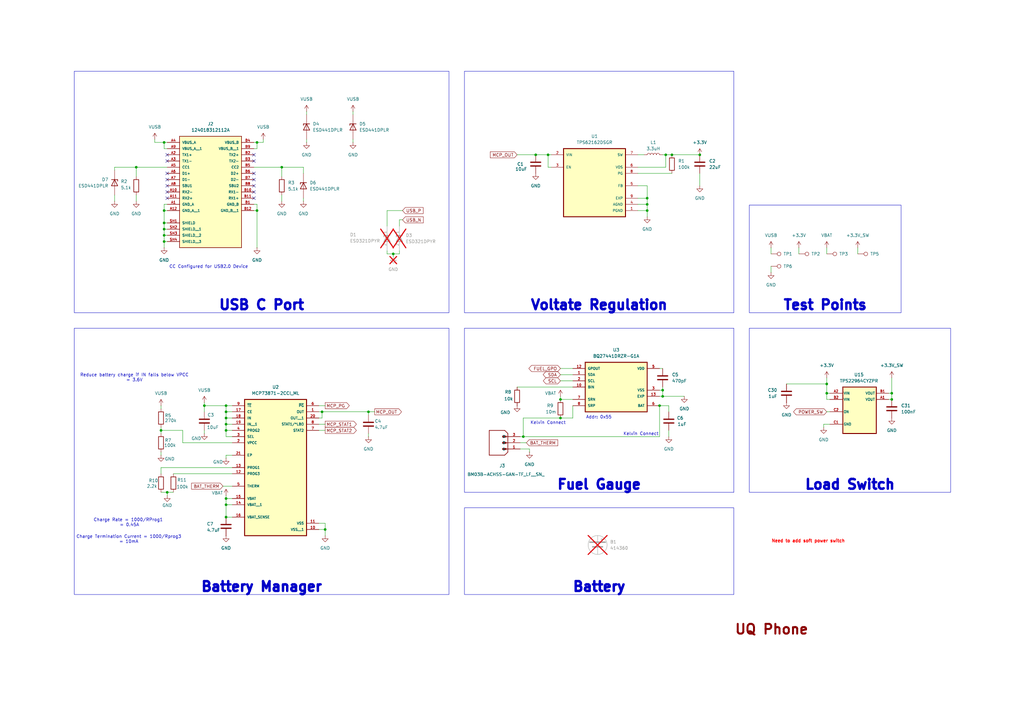
<source format=kicad_sch>
(kicad_sch (version 20250114) (generator "eeschema") (generator_version "9.0")
  (paper "A3")
  (title_block (title "Power System") (date "2025-09-05") (rev "0.2.0") (company "The University of Queensland") (comment 1 "James Wood"))
  (text "CC Configured for USB2.0 Device" (at 85.598 109.474 0) (effects (font (size 1.27 1.27))))
  (text "Charge Rate = 1000/RProg1 \n= 0.45A\n" (at 53.086 214.376 0) (effects (font (size 1.27 1.27))))
  (text "UQ Phone" (at 316.484 258.318 0) (effects (font (size 4 4) (thickness 0.8) (bold yes))))
  (text "Need to add soft power switch " (at 331.978 221.996 0) (effects (font (size 1.27 1.27) (thickness 0.254) (bold yes))))
  (text "Addr: 0x55\n" (at 245.618 171.196 0) (effects (font (size 1.27 1.27))))
  (text "Kelvin Connect\n" (at 262.89 178.054 0) (effects (font (size 1.27 1.27))))
  (text "Kelvin Connect\n" (at 224.79 173.482 0) (effects (font (size 1.27 1.27))))
  (text "Reduce battery charge if IN falls below VPCC\n= 3.6V" (at 55.118 154.94 0) (effects (font (size 1.27 1.27))))
  (text "Charge Termination Current = 1000/Rprog3\n= 10mA" (at 52.832 221.234 0) (effects (font (size 1.27 1.27))))
  (text_box "Battery\n" (at 190.5 208.28 0) (size 110.49 35.56) (margins 0.9525 0.9525 0.9525 0.9525) (effects (font (size 4 4) (thickness 1) (bold yes)) (justify bottom)))
  (text_box "Battery Manager\n" (at 30.48 134.62 0) (size 153.67 109.22) (margins 0.9525 0.9525 0.9525 0.9525) (effects (font (size 4 4) (thickness 1) (bold yes)) (justify bottom)))
  (text_box "Load Switch" (at 307.34 134.62 0) (size 82.55 67.31) (margins 0.9525 0.9525 0.9525 0.9525) (effects (font (size 4 4) (thickness 1) (bold yes)) (justify bottom)))
  (text_box "USB C Port" (at 30.48 29.21 0) (size 153.67 99.06) (margins 0.9525 0.9525 0.9525 0.9525) (effects (font (size 4 4) (thickness 1) (bold yes)) (justify bottom)))
  (text_box "Fuel Gauge\n" (at 190.5 134.62 0) (size 110.49 67.31) (margins 0.9525 0.9525 0.9525 0.9525) (effects (font (size 4 4) (thickness 1) (bold yes)) (justify bottom)))
  (text_box "Test Points\n" (at 307.34 84.1065 0) (size 62.2299 44.1635) (margins 0.9525 0.9525 0.9525 0.9525) (effects (font (size 4 4) (thickness 1) (bold yes)) (justify bottom)))
  (text_box "Voltate Regulation\n" (at 190.5 29.21 0) (size 110.49 99.0599) (margins 0.9525 0.9525 0.9525 0.9525) (effects (font (size 4 4) (thickness 1) (bold yes)) (justify bottom)))
  (junction (at 68.58 201.93))
  (junction (at 365.76 163.83))
  (junction (at 92.71 176.53))
  (junction (at 265.43 81.28))
  (junction (at 132.08 168.91))
  (junction (at 92.71 166.37))
  (junction (at 92.71 207.01))
  (junction (at 67.31 91.44))
  (junction (at 270.51 166.37))
  (junction (at 271.78 160.02))
  (junction (at 92.71 171.45))
  (junction (at 287.02 63.5))
  (junction (at 66.04 176.53))
  (junction (at 214.63 179.07))
  (junction (at 265.43 86.36))
  (junction (at 365.76 161.29))
  (junction (at 219.71 63.5))
  (junction (at 92.71 168.91))
  (junction (at 265.43 83.82))
  (junction (at 67.31 58.42))
  (junction (at 92.71 212.09))
  (junction (at 92.71 204.47))
  (junction (at 229.87 163.83))
  (junction (at 67.31 93.98))
  (junction (at 105.41 58.42))
  (junction (at 161.29 104.14))
  (junction (at 271.78 162.56))
  (junction (at 92.71 173.99))
  (junction (at 151.13 168.91))
  (junction (at 67.31 99.06))
  (junction (at 105.41 86.36))
  (junction (at 339.09 157.48))
  (junction (at 133.35 217.17))
  (junction (at 67.31 86.36))
  (junction (at 339.09 161.29))
  (junction (at 273.05 63.5))
  (junction (at 83.82 166.37))
  (junction (at 67.31 96.52))
  (junction (at 229.87 171.45))
  (junction (at 115.57 68.58))
  (junction (at 224.79 63.5))
  (junction (at 55.88 68.58))
  (junction (at 275.59 63.5))
  (no_connect (at 104.14 81.28))
  (no_connect (at 68.58 81.28))
  (no_connect (at 104.14 76.2))
  (no_connect (at 68.58 76.2))
  (no_connect (at 68.58 78.74))
  (no_connect (at 104.14 66.04))
  (no_connect (at 68.58 73.66))
  (no_connect (at 104.14 73.66))
  (no_connect (at 68.58 63.5))
  (no_connect (at 68.58 66.04))
  (no_connect (at 104.14 63.5))
  (no_connect (at 68.58 71.12))
  (no_connect (at 104.14 71.12))
  (no_connect (at 104.14 78.74))
  (wire (pts (xy 95.25 181.61) (xy 74.93 181.61)))
  (wire (pts (xy 351.79 101.6) (xy 351.79 104.14)))
  (wire (pts (xy 67.31 86.36) (xy 67.31 91.44)))
  (wire (pts (xy 261.62 83.82) (xy 265.43 83.82)))
  (wire (pts (xy 229.87 153.67) (xy 234.95 153.67)))
  (wire (pts (xy 337.82 173.99) (xy 337.82 175.26)))
  (wire (pts (xy 270.51 162.56) (xy 271.78 162.56)))
  (wire (pts (xy 55.88 80.01) (xy 55.88 82.55)))
  (wire (pts (xy 271.78 162.56) (xy 271.78 160.02)))
  (wire (pts (xy 91.44 199.39) (xy 95.25 199.39)))
  (wire (pts (xy 67.31 99.06) (xy 68.58 99.06)))
  (wire (pts (xy 163.83 90.17) (xy 165.1 90.17)))
  (wire (pts (xy 92.71 166.37) (xy 95.25 166.37)))
  (wire (pts (xy 161.29 104.14) (xy 161.29 105.41)))
  (wire (pts (xy 67.31 99.06) (xy 67.31 101.6)))
  (wire (pts (xy 92.71 173.99) (xy 92.71 171.45)))
  (wire (pts (xy 92.71 203.2) (xy 92.71 204.47)))
  (wire (pts (xy 163.83 90.17) (xy 163.83 92.71)))
  (wire (pts (xy 67.31 96.52) (xy 67.31 99.06)))
  (wire (pts (xy 339.09 157.48) (xy 339.09 161.29)))
  (wire (pts (xy 124.46 68.58) (xy 115.57 68.58)))
  (wire (pts (xy 151.13 179.07) (xy 151.13 177.8)))
  (wire (pts (xy 95.25 179.07) (xy 92.71 179.07)))
  (wire (pts (xy 105.41 83.82) (xy 105.41 86.36)))
  (wire (pts (xy 83.82 165.1) (xy 83.82 166.37)))
  (wire (pts (xy 274.32 166.37) (xy 274.32 168.91)))
  (wire (pts (xy 83.82 168.91) (xy 83.82 166.37)))
  (wire (pts (xy 215.9 181.61) (xy 213.36 181.61)))
  (wire (pts (xy 92.71 166.37) (xy 92.71 168.91)))
  (wire (pts (xy 107.95 58.42) (xy 107.95 57.15)))
  (wire (pts (xy 83.82 166.37) (xy 92.71 166.37)))
  (wire (pts (xy 224.79 63.5) (xy 226.06 63.5)))
  (wire (pts (xy 163.83 104.14) (xy 161.29 104.14)))
  (wire (pts (xy 68.58 93.98) (xy 67.31 93.98)))
  (wire (pts (xy 144.78 45.72) (xy 144.78 46.99)))
  (wire (pts (xy 229.87 163.83) (xy 229.87 162.56)))
  (wire (pts (xy 125.73 45.72) (xy 125.73 46.99)))
  (wire (pts (xy 261.62 86.36) (xy 265.43 86.36)))
  (wire (pts (xy 316.23 101.6) (xy 316.23 104.14)))
  (wire (pts (xy 151.13 168.91) (xy 153.67 168.91)))
  (wire (pts (xy 132.08 168.91) (xy 130.81 168.91)))
  (wire (pts (xy 67.31 93.98) (xy 67.31 96.52)))
  (wire (pts (xy 55.88 68.58) (xy 55.88 72.39)))
  (wire (pts (xy 66.04 191.77) (xy 95.25 191.77)))
  (wire (pts (xy 261.62 81.28) (xy 265.43 81.28)))
  (wire (pts (xy 92.71 186.69) (xy 92.71 187.96)))
  (wire (pts (xy 339.09 154.94) (xy 339.09 157.48)))
  (wire (pts (xy 92.71 212.09) (xy 95.25 212.09)))
  (wire (pts (xy 339.09 101.6) (xy 339.09 104.14)))
  (wire (pts (xy 104.14 83.82) (xy 105.41 83.82)))
  (wire (pts (xy 158.75 86.36) (xy 158.75 92.71)))
  (wire (pts (xy 261.62 76.2) (xy 265.43 76.2)))
  (wire (pts (xy 105.41 60.96) (xy 105.41 58.42)))
  (wire (pts (xy 105.41 58.42) (xy 104.14 58.42)))
  (wire (pts (xy 71.12 194.31) (xy 95.25 194.31)))
  (wire (pts (xy 63.5 58.42) (xy 67.31 58.42)))
  (wire (pts (xy 74.93 181.61) (xy 74.93 176.53)))
  (wire (pts (xy 67.31 83.82) (xy 67.31 86.36)))
  (wire (pts (xy 66.04 191.77) (xy 66.04 194.31)))
  (wire (pts (xy 92.71 176.53) (xy 95.25 176.53)))
  (wire (pts (xy 92.71 207.01) (xy 95.25 207.01)))
  (wire (pts (xy 68.58 91.44) (xy 67.31 91.44)))
  (wire (pts (xy 68.58 201.93) (xy 71.12 201.93)))
  (wire (pts (xy 214.63 179.07) (xy 270.51 179.07)))
  (wire (pts (xy 339.09 168.91) (xy 340.36 168.91)))
  (wire (pts (xy 92.71 176.53) (xy 92.71 173.99)))
  (wire (pts (xy 115.57 68.58) (xy 104.14 68.58)))
  (wire (pts (xy 217.17 185.42) (xy 217.17 184.15)))
  (wire (pts (xy 217.17 184.15) (xy 213.36 184.15)))
  (wire (pts (xy 339.09 161.29) (xy 339.09 163.83)))
  (wire (pts (xy 66.04 166.37) (xy 66.04 167.64)))
  (wire (pts (xy 68.58 96.52) (xy 67.31 96.52)))
  (wire (pts (xy 92.71 179.07) (xy 92.71 176.53)))
  (wire (pts (xy 66.04 201.93) (xy 68.58 201.93)))
  (wire (pts (xy 130.81 176.53) (xy 133.35 176.53)))
  (wire (pts (xy 125.73 57.15) (xy 125.73 58.42)))
  (wire (pts (xy 67.31 91.44) (xy 67.31 93.98)))
  (wire (pts (xy 212.09 63.5) (xy 219.71 63.5)))
  (wire (pts (xy 274.32 166.37) (xy 270.51 166.37)))
  (wire (pts (xy 271.78 63.5) (xy 273.05 63.5)))
  (wire (pts (xy 265.43 76.2) (xy 265.43 81.28)))
  (wire (pts (xy 144.78 58.42) (xy 144.78 57.15)))
  (wire (pts (xy 261.62 63.5) (xy 264.16 63.5)))
  (wire (pts (xy 151.13 170.18) (xy 151.13 168.91)))
  (wire (pts (xy 219.71 63.5) (xy 224.79 63.5)))
  (wire (pts (xy 133.35 214.63) (xy 133.35 217.17)))
  (wire (pts (xy 229.87 151.13) (xy 234.95 151.13)))
  (wire (pts (xy 68.58 201.93) (xy 68.58 203.2)))
  (wire (pts (xy 229.87 171.45) (xy 234.95 171.45)))
  (wire (pts (xy 234.95 166.37) (xy 234.95 171.45)))
  (wire (pts (xy 46.99 68.58) (xy 55.88 68.58)))
  (wire (pts (xy 214.63 171.45) (xy 214.63 179.07)))
  (wire (pts (xy 226.06 68.58) (xy 224.79 68.58)))
  (wire (pts (xy 95.25 168.91) (xy 92.71 168.91)))
  (wire (pts (xy 130.81 173.99) (xy 133.35 173.99)))
  (wire (pts (xy 130.81 214.63) (xy 133.35 214.63)))
  (wire (pts (xy 115.57 68.58) (xy 115.57 72.39)))
  (wire (pts (xy 133.35 219.71) (xy 133.35 217.17)))
  (wire (pts (xy 107.95 58.42) (xy 105.41 58.42)))
  (wire (pts (xy 92.71 212.09) (xy 92.71 207.01)))
  (wire (pts (xy 287.02 71.12) (xy 287.02 76.2)))
  (wire (pts (xy 270.51 179.07) (xy 270.51 166.37)))
  (wire (pts (xy 92.71 204.47) (xy 92.71 207.01)))
  (wire (pts (xy 270.51 160.02) (xy 271.78 160.02)))
  (wire (pts (xy 213.36 179.07) (xy 214.63 179.07)))
  (wire (pts (xy 229.87 156.21) (xy 234.95 156.21)))
  (wire (pts (xy 265.43 81.28) (xy 265.43 83.82)))
  (wire (pts (xy 67.31 60.96) (xy 67.31 58.42)))
  (wire (pts (xy 66.04 185.42) (xy 66.04 186.69)))
  (wire (pts (xy 364.49 161.29) (xy 365.76 161.29)))
  (wire (pts (xy 261.62 68.58) (xy 273.05 68.58)))
  (wire (pts (xy 214.63 171.45) (xy 229.87 171.45)))
  (wire (pts (xy 66.04 176.53) (xy 66.04 177.8)))
  (wire (pts (xy 158.75 102.87) (xy 158.75 104.14)))
  (wire (pts (xy 158.75 104.14) (xy 161.29 104.14)))
  (wire (pts (xy 104.14 60.96) (xy 105.41 60.96)))
  (wire (pts (xy 66.04 175.26) (xy 66.04 176.53)))
  (wire (pts (xy 273.05 68.58) (xy 273.05 63.5)))
  (wire (pts (xy 340.36 173.99) (xy 337.82 173.99)))
  (wire (pts (xy 74.93 176.53) (xy 66.04 176.53)))
  (wire (pts (xy 234.95 163.83) (xy 229.87 163.83)))
  (wire (pts (xy 92.71 173.99) (xy 95.25 173.99)))
  (wire (pts (xy 271.78 160.02) (xy 271.78 158.75)))
  (wire (pts (xy 68.58 60.96) (xy 67.31 60.96)))
  (wire (pts (xy 163.83 102.87) (xy 163.83 104.14)))
  (wire (pts (xy 265.43 83.82) (xy 265.43 86.36)))
  (wire (pts (xy 280.67 162.56) (xy 271.78 162.56)))
  (wire (pts (xy 46.99 82.55) (xy 46.99 80.01)))
  (wire (pts (xy 92.71 168.91) (xy 92.71 171.45)))
  (wire (pts (xy 132.08 171.45) (xy 132.08 168.91)))
  (wire (pts (xy 339.09 161.29) (xy 340.36 161.29)))
  (wire (pts (xy 212.09 158.75) (xy 234.95 158.75)))
  (wire (pts (xy 275.59 63.5) (xy 287.02 63.5)))
  (wire (pts (xy 316.23 109.22) (xy 316.23 111.76)))
  (wire (pts (xy 63.5 57.15) (xy 63.5 58.42)))
  (wire (pts (xy 133.35 217.17) (xy 130.81 217.17)))
  (wire (pts (xy 67.31 58.42) (xy 68.58 58.42)))
  (wire (pts (xy 55.88 68.58) (xy 68.58 68.58)))
  (wire (pts (xy 105.41 86.36) (xy 104.14 86.36)))
  (wire (pts (xy 327.66 101.6) (xy 327.66 104.14)))
  (wire (pts (xy 273.05 63.5) (xy 275.59 63.5)))
  (wire (pts (xy 130.81 171.45) (xy 132.08 171.45)))
  (wire (pts (xy 339.09 163.83) (xy 340.36 163.83)))
  (wire (pts (xy 46.99 69.85) (xy 46.99 68.58)))
  (wire (pts (xy 322.58 157.48) (xy 339.09 157.48)))
  (wire (pts (xy 270.51 151.13) (xy 271.78 151.13)))
  (wire (pts (xy 92.71 171.45) (xy 95.25 171.45)))
  (wire (pts (xy 265.43 86.36) (xy 265.43 88.9)))
  (wire (pts (xy 365.76 161.29) (xy 365.76 154.94)))
  (wire (pts (xy 133.35 166.37) (xy 130.81 166.37)))
  (wire (pts (xy 105.41 86.36) (xy 105.41 101.6)))
  (wire (pts (xy 158.75 86.36) (xy 165.1 86.36)))
  (wire (pts (xy 124.46 82.55) (xy 124.46 81.28)))
  (wire (pts (xy 124.46 71.12) (xy 124.46 68.58)))
  (wire (pts (xy 95.25 186.69) (xy 92.71 186.69)))
  (wire (pts (xy 68.58 83.82) (xy 67.31 83.82)))
  (wire (pts (xy 83.82 177.8) (xy 83.82 176.53)))
  (wire (pts (xy 92.71 204.47) (xy 95.25 204.47)))
  (wire (pts (xy 364.49 163.83) (xy 365.76 163.83)))
  (wire (pts (xy 132.08 168.91) (xy 151.13 168.91)))
  (wire (pts (xy 115.57 80.01) (xy 115.57 82.55)))
  (wire (pts (xy 261.62 71.12) (xy 275.59 71.12)))
  (wire (pts (xy 68.58 86.36) (xy 67.31 86.36)))
  (wire (pts (xy 224.79 68.58) (xy 224.79 63.5)))
  (wire (pts (xy 365.76 163.83) (xy 365.76 161.29)))
  (wire (pts (xy 274.32 176.53) (xy 274.32 179.07)))
  (global_label "SDA" (shape bidirectional) (at 229.87 153.67 180) (property "Intersheetrefs" "${INTERSHEET_REFS}" (effects (hide yes))))
  (global_label "USB_N" (shape input) (at 165.1 90.17 0) (property "Intersheetrefs" "${INTERSHEET_REFS}" (effects (hide yes))))
  (global_label "MCP_PG" (shape output) (at 133.35 166.37 0) (property "Intersheetrefs" "${INTERSHEET_REFS}" (effects (hide yes))))
  (global_label "FUEL_GPO" (shape bidirectional) (at 229.87 151.13 180) (property "Intersheetrefs" "${INTERSHEET_REFS}" (effects (hide yes))))
  (global_label "MCP_OUT" (shape output) (at 153.67 168.91 0) (property "Intersheetrefs" "${INTERSHEET_REFS}" (effects (hide yes))))
  (global_label "MCP_STAT1" (shape output) (at 133.35 173.99 0) (property "Intersheetrefs" "${INTERSHEET_REFS}" (effects (hide yes))))
  (global_label "BAT_THERM" (shape input) (at 215.9 181.61 0) (property "Intersheetrefs" "${INTERSHEET_REFS}" (effects (hide yes))))
  (global_label "MCP_OUT" (shape input) (at 212.09 63.5 180) (property "Intersheetrefs" "${INTERSHEET_REFS}" (effects (hide yes))))
  (global_label "SCL" (shape bidirectional) (at 229.87 156.21 180) (property "Intersheetrefs" "${INTERSHEET_REFS}" (effects (hide yes))))
  (global_label "POWER_SW" (shape bidirectional) (at 339.09 168.91 180) (property "Intersheetrefs" "${INTERSHEET_REFS}" (effects (hide yes))))
  (global_label "MCP_STAT2" (shape output) (at 133.35 176.53 0) (property "Intersheetrefs" "${INTERSHEET_REFS}" (effects (hide yes))))
  (global_label "BAT_THERM" (shape input) (at 91.44 199.39 180) (property "Intersheetrefs" "${INTERSHEET_REFS}" (effects (hide yes))))
  (global_label "USB_P" (shape input) (at 165.1 86.36 0) (property "Intersheetrefs" "${INTERSHEET_REFS}" (effects (hide yes))))
  (symbol (lib_id "Capacitors:capacitor_100nF") (at 365.76 167.64 0) (unit 1)
    (property "Reference" "C31" (at 369.57 166.3699 0) (effects (justify left)))
    (property "Value" "100nF" (at 369.57 168.9099 0) (effects (justify left)))
    (property "Footprint" "Capacitor_SMD:C_0201_0603Metric" (effects (hide yes)))
    (property "Description" "6.3V 100nF X5R ±10% 0201 Multilayer Ceramic Capacitors MLCC - SMD/SMT ROHS" (effects (hide yes)))
    (property "LCSC PN" "C160831" (effects (hide yes)))
  )
  (symbol (lib_id "Connector:TestPoint") (at 316.23 109.22 270) (unit 1)
    (property "Reference" "TP6" (at 321.31 109.2199 90) (effects (justify left)))
    (property "Value" "TestPoint" (effects (hide yes)))
    (property "Footprint" "TestPoint:TestPoint_Pad_D1.5mm" (effects (hide yes)))
    (property "Description" "test point" (effects (hide yes)))
  )
  (symbol (lib_id "power:GND") (at 365.76 171.45 0) (unit 1)
    (property "Reference" "#PWR0207" (effects (hide yes)))
    (property "Value" "GND" (at 365.76 176.53 0))
    (property "Description" "Power symbol creates a global label with name \"GND\" , ground" (effects (hide yes)))
  )
  (symbol (lib_id "Capacitors:Capacitor_470pF") (at 271.78 154.94 0) (unit 1)
    (property "Reference" "C5" (at 275.59 153.6699 0) (effects (justify left)))
    (property "Value" "470pF" (at 275.59 156.2099 0) (effects (justify left)))
    (property "Footprint" "Capacitor_SMD:C_0402_1005Metric" (effects (hide yes)))
    (property "Description" "CAP CER 470PF 10V X7R 0402" (effects (hide yes)))
    (property "LCSC PN" "C526993" (effects (hide yes)))
  )
  (symbol (lib_id "Capacitors:Capacitor_1uF") (at 322.58 161.29 0) (mirror y) (unit 1)
    (property "Reference" "C30" (at 318.77 160.0199 0) (effects (justify left)))
    (property "Value" "1uF" (at 318.77 162.5599 0) (effects (justify left)))
    (property "Footprint" "Capacitor_SMD:C_0201_0603Metric" (effects (hide yes)))
    (property "Description" "6.3V 1uF X5R ±20% 0201 Multilayer Ceramic Capacitors MLCC - SMD/SMT ROHS" (effects (hide yes)))
    (property "LCSC PN" "C53067" (effects (hide yes)))
  )
  (symbol (lib_id "power:VBUS") (at 316.23 101.6 0) (unit 1)
    (property "Reference" "#PWR014" (effects (hide yes)))
    (property "Value" "VUSB" (at 316.23 96.52 0))
    (property "Description" "Power symbol creates a global label with name \"VBUS\"" (effects (hide yes)))
  )
  (symbol (lib_id "power:GND") (at 217.17 185.42 0) (unit 1)
    (property "Reference" "#PWR033" (effects (hide yes)))
    (property "Value" "GND" (at 217.17 190.5 0))
    (property "Description" "Power symbol creates a global label with name \"GND\" , ground" (effects (hide yes)))
  )
  (symbol (lib_id "ESD441DPYR:ESD441DPYR") (at 125.73 52.07 270) (unit 1)
    (property "Reference" "D4" (at 128.27 50.7999 90) (effects (justify left)))
    (property "Value" "ESD441DPLR" (at 128.27 53.3399 90) (effects (justify left)))
    (property "Footprint" "ESD441DPLR:DIODFN60X30X32-2N" (effects (hide yes)))
    (property "PARTREV" "B" (effects (hide yes)))
    (property "MF" "Texas Instruments" (effects (hide yes)))
    (property "MP" "ESD441DPYR" (effects (hide yes)))
    (property "MANUFACTURER" "Texas Instruments" (effects (hide yes)))
    (property "LCSC PN" "C22427765" (effects (hide yes)))
  )
  (symbol (lib_id "power:GND") (at 274.32 179.07 0) (unit 1)
    (property "Reference" "#PWR032" (effects (hide yes)))
    (property "Value" "GND" (at 274.32 184.15 0))
    (property "Description" "Power symbol creates a global label with name \"GND\" , ground" (effects (hide yes)))
  )
  (symbol (lib_id "power:+3.3V") (at 327.66 101.6 0) (unit 1)
    (property "Reference" "#PWR015" (effects (hide yes)))
    (property "Value" "+3.3V" (at 327.66 96.52 0))
    (property "Description" "Power symbol creates a global label with name \"+3.3V\"" (effects (hide yes)))
  )
  (symbol (lib_id "ESD441DPYR:ESD441DPYR") (at 124.46 76.2 270) (unit 1)
    (property "Reference" "D6" (at 127 74.9299 90) (effects (justify left)))
    (property "Value" "ESD441DPLR" (at 127 77.4699 90) (effects (justify left)))
    (property "Footprint" "ESD441DPLR:DIODFN60X30X32-2N" (effects (hide yes)))
    (property "PARTREV" "B" (effects (hide yes)))
    (property "MF" "Texas Instruments" (effects (hide yes)))
    (property "MP" "ESD441DPYR" (effects (hide yes)))
    (property "MANUFACTURER" "Texas Instruments" (effects (hide yes)))
    (property "LCSC PN" "C22427765" (effects (hide yes)))
  )
  (symbol (lib_id "power:GND") (at 316.23 111.76 0) (unit 1)
    (property "Reference" "#PWR018" (effects (hide yes)))
    (property "Value" "GND" (at 316.23 116.84 0))
    (property "Description" "Power symbol creates a global label with name \"GND\" , ground" (effects (hide yes)))
  )
  (symbol (lib_id "power:GND") (at 92.71 219.71 0) (unit 1)
    (property "Reference" "#PWR034" (effects (hide yes)))
    (property "Value" "GND" (at 92.71 224.79 0))
    (property "Description" "Power symbol creates a global label with name \"GND\" , ground" (effects (hide yes)))
  )
  (symbol (lib_id "power:GND") (at 68.58 203.2 0) (unit 1)
    (property "Reference" "#PWR030" (effects (hide yes)))
    (property "Value" "GND" (at 68.58 207.264 0))
    (property "Description" "Power symbol creates a global label with name \"GND\" , ground" (effects (hide yes)))
  )
  (symbol (lib_id "power:GND") (at 46.99 82.55 0) (unit 1)
    (property "Reference" "#PWR0180" (effects (hide yes)))
    (property "Value" "GND" (at 46.99 87.63 0))
    (property "Description" "Power symbol creates a global label with name \"GND\" , ground" (effects (hide yes)))
  )
  (symbol (lib_id "TPS62162DSGR:TPS62162DSGR") (at 243.84 73.66 0) (unit 1)
    (property "Reference" "U1" (at 243.84 55.88 0))
    (property "Value" "TPS62162DSGR" (at 243.84 58.42 0))
    (property "Footprint" "TPS62162DSGR:SON50P200X200X80-9N" (effects (hide yes)))
    (property "DigiKey_Part_Number" "296-43671-2-ND" (effects (hide yes)))
    (property "SnapEDA_Link" "https://www.snapeda.com/parts/TPS62162DSGR/Texas+Instruments/view-part/?ref=snap" (effects (hide yes)))
    (property "MAXIMUM_PACKAGE_HEIGHT" "0.8mm" (effects (hide yes)))
    (property "Package" "WSON-8 Texas Instruments" (effects (hide yes)))
    (property "Check_prices" "https://www.snapeda.com/parts/TPS62162DSGR/Texas+Instruments/view-part/?ref=eda" (effects (hide yes)))
    (property "STANDARD" "IPC-7351B" (effects (hide yes)))
    (property "PARTREV" "E" (effects (hide yes)))
    (property "MF" "Texas Instruments" (effects (hide yes)))
    (property "MP" "TPS62162DSGR" (effects (hide yes)))
    (property "Description_1" "\n                        \n                            3V-17V 1A Step-Down Converters with DCS-Control™\n                        \n" (effects (hide yes)))
    (property "MANUFACTURER" "Texas Instruments" (effects (hide yes)))
    (property "LCSC PN" "C40256" (effects (hide yes)))
  )
  (symbol (lib_id "Capacitors:Capacitor_4.7uF") (at 92.71 215.9 0) (unit 1)
    (property "Reference" "C7" (at 84.836 214.884 0) (effects (justify left)))
    (property "Value" "4.7uF" (at 84.836 217.424 0) (effects (justify left)))
    (property "Footprint" "Capacitor_SMD:C_0201_0603Metric" (effects (hide yes)))
    (property "Description" "6.3V 4.7uF X5R ±20% 0201 Multilayer Ceramic Capacitors MLCC - SMD/SMT ROHS" (effects (hide yes)))
    (property "LCSC PN" "C335103" (effects (hide yes)))
  )
  (symbol (lib_id "ESD441DPYR:ESD441DPYR") (at 144.78 52.07 270) (unit 1)
    (property "Reference" "D5" (at 147.32 50.7999 90) (effects (justify left)))
    (property "Value" "ESD441DPLR" (at 147.32 53.3399 90) (effects (justify left)))
    (property "Footprint" "ESD441DPLR:DIODFN60X30X32-2N" (effects (hide yes)))
    (property "PARTREV" "B" (effects (hide yes)))
    (property "MF" "Texas Instruments" (effects (hide yes)))
    (property "MP" "ESD441DPYR" (effects (hide yes)))
    (property "MANUFACTURER" "Texas Instruments" (effects (hide yes)))
    (property "LCSC PN" "C22427765" (effects (hide yes)))
  )
  (symbol (lib_id "power:+3.3V") (at 339.09 154.94 0) (unit 1)
    (property "Reference" "#PWR0184" (effects (hide yes)))
    (property "Value" "+3.3V" (at 339.09 149.86 0))
    (property "Description" "Power symbol creates a global label with name \"+3.3V\"" (effects (hide yes)))
  )
  (symbol (lib_id "ESD321DPYR:ESD321DPYR") (at 158.75 97.79 270) (unit 1) (in_bom no) (on_board no) (dnp yes)
    (property "Reference" "D1" (at 143.51 96.266 90) (effects (justify left)))
    (property "Value" "ESD321DPYR" (at 143.51 98.806 90) (effects (justify left)))
    (property "Footprint" "ESD321DPYR:TVS_ESD321DPYR" (effects (hide yes)))
    (property "DigiKey_Part_Number" "296-51108-2-ND" (effects (hide yes)))
    (property "SnapEDA_Link" "https://www.snapeda.com/parts/ESD321DPYR/Texas+Instruments/view-part/?ref=snap" (effects (hide yes)))
    (property "Description_1" "0.9pF 3.6V ±30kV ESD protection diode with 6.8V 16A TLP clamping for USB 2.0" (effects (hide yes)))
    (property "Package" "X1SON-2 Texas Instruments" (effects (hide yes)))
    (property "Check_prices" "https://www.snapeda.com/parts/ESD321DPYR/Texas+Instruments/view-part/?ref=eda" (effects (hide yes)))
    (property "STANDARD" "Manufacturer Recommendations" (effects (hide yes)))
    (property "PARTREV" "B" (effects (hide yes)))
    (property "MF" "Texas Instruments" (effects (hide yes)))
    (property "MP" "ESD321DPYR" (effects (hide yes)))
    (property "MANUFACTURER" "Texas Instruments" (effects (hide yes)))
    (property "LCSC PN" "C2868952" (effects (hide yes)))
  )
  (symbol (lib_id "power:GND") (at 133.35 219.71 0) (unit 1)
    (property "Reference" "#PWR035" (effects (hide yes)))
    (property "Value" "GND" (at 133.35 224.79 0))
    (property "Description" "Power symbol creates a global label with name \"GND\" , ground" (effects (hide yes)))
  )
  (symbol (lib_id "ESD321DPYR:ESD321DPYR") (at 163.83 97.79 270) (unit 1) (in_bom no) (on_board no) (dnp yes)
    (property "Reference" "D3" (at 166.37 96.5199 90) (effects (justify left)))
    (property "Value" "ESD321DPYR" (at 166.37 99.0599 90) (effects (justify left)))
    (property "Footprint" "ESD321DPYR:TVS_ESD321DPYR" (effects (hide yes)))
    (property "DigiKey_Part_Number" "296-51108-2-ND" (effects (hide yes)))
    (property "SnapEDA_Link" "https://www.snapeda.com/parts/ESD321DPYR/Texas+Instruments/view-part/?ref=snap" (effects (hide yes)))
    (property "Description_1" "0.9pF 3.6V ±30kV ESD protection diode with 6.8V 16A TLP clamping for USB 2.0" (effects (hide yes)))
    (property "Package" "X1SON-2 Texas Instruments" (effects (hide yes)))
    (property "Check_prices" "https://www.snapeda.com/parts/ESD321DPYR/Texas+Instruments/view-part/?ref=eda" (effects (hide yes)))
    (property "STANDARD" "Manufacturer Recommendations" (effects (hide yes)))
    (property "PARTREV" "B" (effects (hide yes)))
    (property "MF" "Texas Instruments" (effects (hide yes)))
    (property "MP" "ESD321DPYR" (effects (hide yes)))
    (property "MANUFACTURER" "Texas Instruments" (effects (hide yes)))
    (property "LCSC PN" "C2868952" (effects (hide yes)))
  )
  (symbol (lib_id "power:GND") (at 105.41 101.6 0) (unit 1)
    (property "Reference" "#PWR093" (effects (hide yes)))
    (property "Value" "GND" (at 105.41 106.68 0))
    (property "Description" "Power symbol creates a global label with name \"GND\" , ground" (effects (hide yes)))
  )
  (symbol (lib_id "power:+3.3V") (at 287.02 63.5 0) (unit 1)
    (property "Reference" "#PWR02" (effects (hide yes)))
    (property "Value" "+3.3V" (at 287.02 58.42 0))
    (property "Description" "Power symbol creates a global label with name \"+3.3V\"" (effects (hide yes)))
  )
  (symbol (lib_id "Resistors:Resistor_2k2") (at 66.04 198.12 180) (unit 1)
    (property "Reference" "R10" (at 60.96 197.104 0) (effects (justify right)))
    (property "Value" "2.2k" (at 60.198 199.39 0) (effects (justify right)))
    (property "Footprint" "Resistor_SMD:R_0201_0603Metric" (effects (hide yes)))
    (property "Description" "50mW Thick Film Resistor 25V ±1% ±200ppm/℃ 2.2kΩ 0201 Chip Resistor - Surface Mount ROHS" (effects (hide yes)))
    (property "LCSC PN" "C142018" (effects (hide yes)))
  )
  (symbol (lib_id "power:VBUS") (at 92.71 203.2 0) (unit 1)
    (property "Reference" "#PWR031" (effects (hide yes)))
    (property "Value" "VBAT" (at 89.154 202.184 0))
    (property "Description" "Power symbol creates a global label with name \"VBUS\"" (effects (hide yes)))
  )
  (symbol (lib_id "Resistors:Resistor_100k") (at 66.04 181.61 0) (unit 1)
    (property "Reference" "R7" (at 67.564 180.594 0) (effects (justify left)))
    (property "Value" "100k" (at 67.31 182.626 0) (effects (justify left)))
    (property "Footprint" "Resistor_SMD:R_0201_0603Metric" (effects (hide yes)))
    (property "Description" "50mW Thick Film Resistor 25V ±1% ±200ppm/℃ 100kΩ 0201 Chip Resistor - Surface Mount ROHS" (effects (hide yes)))
    (property "LCSC PN" "C106224" (effects (hide yes)))
  )
  (symbol (lib_id "power:GND") (at 212.09 166.37 0) (unit 1)
    (property "Reference" "#PWR029" (effects (hide yes)))
    (property "Value" "GND" (at 207.264 169.164 0))
    (property "Description" "Power symbol creates a global label with name \"GND\" , ground" (effects (hide yes)))
  )
  (symbol (lib_id "TPS22964CYZPR:TPS22964CYZPR") (at 340.36 161.29 0) (unit 1)
    (property "Reference" "U15" (at 352.298 153.67 0))
    (property "Value" "TPS22964CYZPR" (at 352.298 156.21 0))
    (property "Footprint" "TPS22964CYZPR:IC_SN74LVC2G34YZPR" (effects (hide yes)))
    (property "LCSC PN" "C431579" (effects (hide yes)))
  )
  (symbol (lib_id "124018312112A:124018312112A") (at 86.36 73.66 0) (unit 1)
    (property "Reference" "J2" (at 86.36 50.8 0))
    (property "Value" "124018312112A" (at 86.36 53.34 0))
    (property "Footprint" "124018312112A:AMPHENOL_124018312112A" (effects (hide yes)))
    (property "DigiKey_Part_Number" "124018312112ATR-ND" (effects (hide yes)))
    (property "SnapEDA_Link" "https://www.snapeda.com/parts/124018312112A/Amphenol/view-part/?ref=snap" (effects (hide yes)))
    (property "MAXIMUM_PACKAGE_HEIGHT" "4.4mm" (effects (hide yes)))
    (property "Package" "None" (effects (hide yes)))
    (property "Check_prices" "https://www.snapeda.com/parts/124018312112A/Amphenol/view-part/?ref=eda" (effects (hide yes)))
    (property "STANDARD" "Manufacturer Recommendations" (effects (hide yes)))
    (property "PARTREV" "1" (effects (hide yes)))
    (property "MF" "Amphenol" (effects (hide yes)))
    (property "MP" "124018312112A" (effects (hide yes)))
    (property "Description_1" "USB3.2 GEN1, Type C, Mid mount, CH 0.40mm, Dual Row SMT, IPX8" (effects (hide yes)))
    (property "MANUFACTURER" "Amphenol ICC (Commercial Products)" (effects (hide yes)))
  )
  (symbol (lib_id "Resistors:Resistor_5k1") (at 115.57 76.2 0) (unit 1)
    (property "Reference" "R3" (at 118.11 74.9299 0) (effects (justify left)))
    (property "Value" "5.1k" (at 118.11 77.4699 0) (effects (justify left)))
    (property "Footprint" "Resistor_SMD:R_0201_0603Metric" (effects (hide yes)))
    (property "Description" "50mW Thick Film Resistor 25V ±1% ±200ppm/℃ 5.1kΩ 0201 Chip Resistor - Surface Mount ROHS" (effects (hide yes)))
    (property "LCSC PN" "C274341" (effects (hide yes)))
  )
  (symbol (lib_id "MCP73871-2CCI_ML:MCP73871-2CCI_ML") (at 113.03 189.23 0) (unit 1)
    (property "Reference" "U2" (at 113.03 158.75 0))
    (property "Value" "MCP73871-2CCI_ML" (at 113.03 161.29 0))
    (property "Footprint" "MCP73871-2CCI_ML:QFN50P400X400X100-21N" (effects (hide yes)))
    (property "MF" "Microchip" (effects (hide yes)))
    (property "Description_1" "Microchip MCP73871-2CCI/ML, Battery Charge Controller, 1000mA, 20-Pin QFN | Microchip Technology Inc. MCP73871-2CCI/ML" (effects (hide yes)))
    (property "Package" "QFN-20 Microchip" (effects (hide yes)))
    (property "Price" "None" (effects (hide yes)))
    (property "SnapEDA_Link" "https://www.snapeda.com/parts/MCP73871-2CCI/ML/Microchip/view-part/?ref=snap" (effects (hide yes)))
    (property "MP" "MCP73871-2CCI/ML" (effects (hide yes)))
    (property "Availability" "In Stock" (effects (hide yes)))
    (property "Check_prices" "https://www.snapeda.com/parts/MCP73871-2CCI/ML/Microchip/view-part/?ref=eda" (effects (hide yes)))
    (property "LCSC PN" "C5121473" (effects (hide yes)))
  )
  (symbol (lib_id "Connector:TestPoint") (at 339.09 104.14 270) (unit 1)
    (property "Reference" "TP3" (at 344.17 104.1399 90) (effects (justify left)))
    (property "Value" "TestPoint" (effects (hide yes)))
    (property "Footprint" "TestPoint:TestPoint_Pad_D1.5mm" (effects (hide yes)))
    (property "Description" "test point" (effects (hide yes)))
  )
  (symbol (lib_id "Capacitors:Capacitor_22uF") (at 287.02 67.31 0) (unit 1)
    (property "Reference" "C2" (at 290.83 66.0399 0) (effects (justify left)))
    (property "Value" "22uF" (at 290.83 68.5799 0) (effects (justify left)))
    (property "Footprint" "Capacitor_SMD:C_0603_1608Metric" (effects (hide yes)))
    (property "Description" "6.3V 1uF X5R ±20% 0201 Multilayer Ceramic Capacitors MLCC - SMD/SMT ROHS" (effects (hide yes)))
    (property "LCSC PN" "C3020456" (effects (hide yes)))
  )
  (symbol (lib_id "power:VCC") (at 125.73 45.72 0) (unit 1)
    (property "Reference" "#PWR01" (effects (hide yes)))
    (property "Value" "VUSB" (at 125.73 40.64 0))
    (property "Description" "Power symbol creates a global label with name \"VCC\"" (effects (hide yes)))
  )
  (symbol (lib_id "power:GND") (at 151.13 179.07 0) (unit 1)
    (property "Reference" "#PWR024" (effects (hide yes)))
    (property "Value" "GND" (at 151.13 184.15 0))
    (property "Description" "Power symbol creates a global label with name \"GND\" , ground" (effects (hide yes)))
  )
  (symbol (lib_id "power:GND") (at 219.71 71.12 0) (unit 1)
    (property "Reference" "#PWR03" (effects (hide yes)))
    (property "Value" "GND" (at 219.71 76.2 0))
    (property "Description" "Power symbol creates a global label with name \"GND\" , ground" (effects (hide yes)))
  )
  (symbol (lib_id "Resistors:Resistor_100k") (at 275.59 67.31 0) (unit 1)
    (property "Reference" "R1" (at 278.13 66.0399 0) (effects (justify left)))
    (property "Value" "100k" (at 278.13 68.5799 0) (effects (justify left)))
    (property "Footprint" "Resistor_SMD:R_0201_0603Metric" (effects (hide yes)))
    (property "Description" "50mW Thick Film Resistor 25V ±1% ±200ppm/℃ 100kΩ 0201 Chip Resistor - Surface Mount ROHS" (effects (hide yes)))
    (property "LCSC PN" "C106224" (effects (hide yes)))
  )
  (symbol (lib_id "ESD441DPYR:ESD441DPYR") (at 46.99 74.93 90) (mirror x) (unit 1)
    (property "Reference" "D7" (at 44.45 73.6599 90) (effects (justify left)))
    (property "Value" "ESD441DPLR" (at 44.45 76.1999 90) (effects (justify left)))
    (property "Footprint" "ESD441DPLR:DIODFN60X30X32-2N" (effects (hide yes)))
    (property "PARTREV" "B" (effects (hide yes)))
    (property "MF" "Texas Instruments" (effects (hide yes)))
    (property "MP" "ESD441DPYR" (effects (hide yes)))
    (property "MANUFACTURER" "Texas Instruments" (effects (hide yes)))
    (property "LCSC PN" "C22427765" (effects (hide yes)))
  )
  (symbol (lib_id "power:GND") (at 83.82 177.8 0) (unit 1)
    (property "Reference" "#PWR023" (effects (hide yes)))
    (property "Value" "GND" (at 80.518 179.832 0))
    (property "Description" "Power symbol creates a global label with name \"GND\" , ground" (effects (hide yes)))
  )
  (symbol (lib_id "power:VBUS") (at 229.87 162.56 0) (unit 1)
    (property "Reference" "#PWR027" (effects (hide yes)))
    (property "Value" "VBAT" (at 225.806 161.29 0))
    (property "Description" "Power symbol creates a global label with name \"VBUS\"" (effects (hide yes)))
  )
  (symbol (lib_id "power:GND") (at 115.57 82.55 0) (unit 1)
    (property "Reference" "#PWR09" (effects (hide yes)))
    (property "Value" "GND" (at 115.57 87.63 0))
    (property "Description" "Power symbol creates a global label with name \"GND\" , ground" (effects (hide yes)))
  )
  (symbol (lib_id "power:VCC") (at 66.04 166.37 0) (unit 1)
    (property "Reference" "#PWR021" (effects (hide yes)))
    (property "Value" "VUSB" (at 66.04 161.29 0))
    (property "Description" "Power symbol creates a global label with name \"VCC\"" (effects (hide yes)))
  )
  (symbol (lib_id "MAMK2520T3R3M:MAMK2520T3R3M") (at 267.97 63.5 0) (unit 1)
    (property "Reference" "L1" (at 267.97 58.42 0))
    (property "Value" "3.3uH" (at 267.97 60.96 0))
    (property "Footprint" "Inductors:INDC2520X120N" (effects (hide yes)))
    (property "Description" "MAMK2520T3R3M" (effects (hide yes)))
    (property "DigiKey_Part_Number" "587-3227-2-ND" (effects (hide yes)))
    (property "SnapEDA_Link" "https://www.snapeda.com/parts/MAMK2520T3R3M/Taiyo+Yuden/view-part/?ref=snap" (effects (hide yes)))
    (property "Description_1" "\n                        \n                            3.3 µH Shielded Drum Core, Wirewound Inductor 1.7 A 156mOhm Max 1008 (2520 Metric)\n                        \n" (effects (hide yes)))
    (property "MF" "Taiyo Yuden" (effects (hide yes)))
    (property "Package" "2520 Taiyo Yuden" (effects (hide yes)))
    (property "Check_prices" "https://www.snapeda.com/parts/MAMK2520T3R3M/Taiyo+Yuden/view-part/?ref=eda" (effects (hide yes)))
    (property "MP" "MAMK2520T3R3M" (effects (hide yes)))
  )
  (symbol (lib_id "power:GND") (at 161.29 105.41 0) (unit 1) (in_bom no) (on_board no) (dnp yes)
    (property "Reference" "#PWR010" (effects (hide yes)))
    (property "Value" "GND" (at 161.29 110.49 0))
    (property "Description" "Power symbol creates a global label with name \"GND\" , ground" (effects (hide yes)))
  )
  (symbol (lib_id "power:GND") (at 67.31 101.6 0) (mirror y) (unit 1)
    (property "Reference" "#PWR0179" (effects (hide yes)))
    (property "Value" "GND" (at 67.31 106.68 0))
    (property "Description" "Power symbol creates a global label with name \"GND\" , ground" (effects (hide yes)))
  )
  (symbol (lib_id "power:GND") (at 92.71 187.96 0) (unit 1)
    (property "Reference" "#PWR026" (effects (hide yes)))
    (property "Value" "GND" (at 89.408 189.484 0))
    (property "Description" "Power symbol creates a global label with name \"GND\" , ground" (effects (hide yes)))
  )
  (symbol (lib_id "power:GND") (at 280.67 162.56 0) (unit 1)
    (property "Reference" "#PWR028" (effects (hide yes)))
    (property "Value" "GND" (at 280.67 167.64 0))
    (property "Description" "Power symbol creates a global label with name \"GND\" , ground" (effects (hide yes)))
  )
  (symbol (lib_id "BQ27441DRZR-G1A:BQ27441DRZR-G1A") (at 252.73 165.1 0) (unit 1)
    (property "Reference" "U3" (at 252.73 143.51 0))
    (property "Value" "BQ27441DRZR-G1A" (at 252.73 146.05 0))
    (property "Footprint" "BQ27441DRZR-G1A:IC_BQ27441DRZR-G1A" (effects (hide yes)))
    (property "MF" "Texas Instruments" (effects (hide yes)))
    (property "Description_1" "\n                        \n                            System-side Impedance Track™ battery fuel (gas) gauge\n                        \n" (effects (hide yes)))
    (property "Package" "VSON-12 Texas Instruments" (effects (hide yes)))
    (property "Price" "None" (effects (hide yes)))
    (property "SnapEDA_Link" "https://www.snapeda.com/parts/BQ27441DRZR-G1A/Texas+Instruments/view-part/?ref=snap" (effects (hide yes)))
    (property "MP" "BQ27441DRZR-G1A" (effects (hide yes)))
    (property "Availability" "In Stock" (effects (hide yes)))
    (property "Check_prices" "https://www.snapeda.com/parts/BQ27441DRZR-G1A/Texas+Instruments/view-part/?ref=eda" (effects (hide yes)))
    (property "LCSC PN" "C473397" (effects (hide yes)))
  )
  (symbol (lib_id "Resistors:Resistor_270k") (at 66.04 171.45 0) (unit 1)
    (property "Reference" "R5" (at 67.564 170.434 0) (effects (justify left)))
    (property "Value" "270k" (at 67.564 172.466 0) (effects (justify left)))
    (property "Footprint" "Resistor_SMD:R_0201_0603Metric" (effects (hide yes)))
    (property "Description" "50mW Thick Film Resistor 25V ±200ppm/℃ ±0.5% 270kΩ 0201 Chip Resistor - Surface Mount ROHS" (effects (hide yes)))
    (property "LCSC PN" "C851694" (effects (hide yes)))
  )
  (symbol (lib_id "power:GND") (at 337.82 175.26 0) (unit 1)
    (property "Reference" "#PWR0205" (effects (hide yes)))
    (property "Value" "GND" (at 337.82 180.34 0))
    (property "Description" "Power symbol creates a global label with name \"GND\" , ground" (effects (hide yes)))
  )
  (symbol (lib_id "power:GND") (at 55.88 82.55 0) (unit 1)
    (property "Reference" "#PWR08" (effects (hide yes)))
    (property "Value" "GND" (at 55.88 87.63 0))
    (property "Description" "Power symbol creates a global label with name \"GND\" , ground" (effects (hide yes)))
  )
  (symbol (lib_id "power:VCC") (at 107.95 57.15 0) (unit 1)
    (property "Reference" "#PWR07" (effects (hide yes)))
    (property "Value" "VUSB" (at 107.95 52.07 0))
    (property "Description" "Power symbol creates a global label with name \"VCC\"" (effects (hide yes)))
  )
  (symbol (lib_id "Connector:TestPoint") (at 316.23 104.14 270) (unit 1)
    (property "Reference" "TP1" (at 321.31 104.1399 90) (effects (justify left)))
    (property "Value" "TestPoint" (effects (hide yes)))
    (property "Footprint" "TestPoint:TestPoint_Pad_D1.5mm" (effects (hide yes)))
    (property "Description" "test point" (effects (hide yes)))
  )
  (symbol (lib_id "Misc:Battery") (at 245.11 223.52 0) (unit 1) (on_board no) (dnp yes)
    (property "Reference" "B1" (at 250.19 222.2499 0) (effects (justify left)))
    (property "Value" "414360" (at 250.19 224.7899 0) (effects (justify left)))
  )
  (symbol (lib_id "Resistors:Resistor_10m_1W") (at 229.87 167.64 0) (unit 1)
    (property "Reference" "R9" (at 224.282 166.37 0) (effects (justify left)))
    (property "Value" "10m" (at 223.774 168.91 0) (effects (justify left)))
    (property "Footprint" "Resistor_SMD:R_0805_2012Metric" (effects (hide yes)))
    (property "Description" "10mOhm 1%, 1W 0805" (effects (hide yes)))
    (property "LCSC PN" "C723359" (effects (hide yes)))
  )
  (symbol (lib_id "Connector:TestPoint") (at 351.79 104.14 270) (unit 1)
    (property "Reference" "TP5" (at 356.87 104.1399 90) (effects (justify left)))
    (property "Value" "TestPoint" (effects (hide yes)))
    (property "Footprint" "TestPoint:TestPoint_Pad_D1.5mm" (effects (hide yes)))
    (property "Description" "test point" (effects (hide yes)))
  )
  (symbol (lib_id "Resistors:Resistor_10k") (at 212.09 162.56 0) (unit 1)
    (property "Reference" "R8" (at 207.01 160.782 0) (effects (justify left)))
    (property "Value" "10k" (at 206.756 163.576 0) (effects (justify left)))
    (property "Footprint" "Resistor_SMD:R_0201_0603Metric" (effects (hide yes)))
    (property "Description" "50mW Thick Film Resistor 25V ±1% ±200ppm/℃ 10kΩ 0201 Chip Resistor - Surface Mount ROHS" (effects (hide yes)))
    (property "LCSC PN" "C106225" (effects (hide yes)))
  )
  (symbol (lib_id "power:GND") (at 66.04 186.69 0) (unit 1)
    (property "Reference" "#PWR025" (effects (hide yes)))
    (property "Value" "GND" (at 69.596 188.214 0))
    (property "Description" "Power symbol creates a global label with name \"GND\" , ground" (effects (hide yes)))
  )
  (symbol (lib_id "power:VCC") (at 83.82 165.1 0) (unit 1)
    (property "Reference" "#PWR020" (effects (hide yes)))
    (property "Value" "VUSB" (at 83.82 160.02 0))
    (property "Description" "Power symbol creates a global label with name \"VCC\"" (effects (hide yes)))
  )
  (symbol (lib_id "Resistors:Resistor_100k") (at 71.12 198.12 0) (unit 1)
    (property "Reference" "R11" (at 72.644 196.85 0) (effects (justify left)))
    (property "Value" "100k" (at 72.39 199.644 0) (effects (justify left)))
    (property "Footprint" "Resistor_SMD:R_0201_0603Metric" (effects (hide yes)))
    (property "Description" "50mW Thick Film Resistor 25V ±1% ±200ppm/℃ 100kΩ 0201 Chip Resistor - Surface Mount ROHS" (effects (hide yes)))
    (property "LCSC PN" "C106224" (effects (hide yes)))
  )
  (symbol (lib_id "Capacitors:Capacitor_1uF") (at 274.32 172.72 0) (unit 1)
    (property "Reference" "C6" (at 277.622 171.45 0) (effects (justify left)))
    (property "Value" "1uF" (at 277.876 173.99 0) (effects (justify left)))
    (property "Footprint" "Capacitor_SMD:C_0201_0603Metric" (effects (hide yes)))
    (property "Description" "6.3V 1uF X5R ±20% 0201 Multilayer Ceramic Capacitors MLCC - SMD/SMT ROHS" (effects (hide yes)))
    (property "LCSC PN" "C53067" (effects (hide yes)))
  )
  (symbol (lib_id "Capacitors:Capacitor_10uF") (at 83.82 172.72 0) (unit 1)
    (property "Reference" "C3" (at 85.09 170.18 0) (effects (justify left)))
    (property "Value" "10uF" (at 84.836 175.26 0) (effects (justify left)))
    (property "Footprint" "Capacitor_SMD:C_0603_1608Metric" (effects (hide yes)))
    (property "Description" "CAP CER 10UF 6.3V X5R 0603" (effects (hide yes)))
    (property "LCSC PN" "C19702" (effects (hide yes)))
  )
  (symbol (lib_id "Capacitors:Capacitor_4.7uF") (at 151.13 173.99 0) (unit 1)
    (property "Reference" "C4" (at 153.67 172.72 0) (effects (justify left)))
    (property "Value" "4.7uF" (at 153.67 175.26 0) (effects (justify left)))
    (property "Footprint" "Capacitor_SMD:C_0201_0603Metric" (effects (hide yes)))
    (property "Description" "6.3V 4.7uF X5R ±20% 0201 Multilayer Ceramic Capacitors MLCC - SMD/SMT ROHS" (effects (hide yes)))
    (property "LCSC PN" "C335103" (effects (hide yes)))
  )
  (symbol (lib_id "Resistors:Resistor_5k1") (at 55.88 76.2 0) (unit 1)
    (property "Reference" "R2" (at 49.53 74.422 0) (effects (justify left)))
    (property "Value" "5.1k" (at 49.53 76.962 0) (effects (justify left)))
    (property "Footprint" "Resistor_SMD:R_0201_0603Metric" (effects (hide yes)))
    (property "Description" "50mW Thick Film Resistor 25V ±1% ±200ppm/℃ 5.1kΩ 0201 Chip Resistor - Surface Mount ROHS" (effects (hide yes)))
    (property "LCSC PN" "C274341" (effects (hide yes)))
  )
  (symbol (lib_id "power:+3.3V") (at 351.79 101.6 0) (unit 1)
    (property "Reference" "#PWR0204" (effects (hide yes)))
    (property "Value" "+3.3V_SW" (at 351.79 96.52 0))
    (property "Description" "Power symbol creates a global label with name \"+3.3V\"" (effects (hide yes)))
  )
  (symbol (lib_id "BM03B-ACHSS-GAN-TF_LF__SN_:BM03B-ACHSS-GAN-TF_LF__SN_") (at 208.28 181.61 180) (unit 1)
    (property "Reference" "J3" (at 205.994 191.008 0))
    (property "Value" "BM03B-ACHSS-GAN-TF_LF__SN_" (at 207.518 194.564 0))
    (property "Footprint" "BM03B-ACHSS-GAN-TF_LF__SN_:JST_BM03B-ACHSS-GAN-TF_LF__SN_" (effects (hide yes)))
    (property "SnapEDA_Link" "https://www.snapeda.com/parts/BM03B-ACHSS-GAN-TF(LF)(SN)/JST/view-part/?ref=snap" (effects (hide yes)))
    (property "MAXIMUM_PACKAGE_HEIGHT" "1.4 mm" (effects (hide yes)))
    (property "Package" "None" (effects (hide yes)))
    (property "Check_prices" "https://www.snapeda.com/parts/BM03B-ACHSS-GAN-TF(LF)(SN)/JST/view-part/?ref=eda" (effects (hide yes)))
    (property "STANDARD" "Manufacturer recommendations" (effects (hide yes)))
    (property "PARTREV" "N/A" (effects (hide yes)))
    (property "MF" "JST Sales" (effects (hide yes)))
    (property "MP" "BM03B-ACHSS-GAN-TF(LF)(SN)" (effects (hide yes)))
    (property "Description_1" "Connector Header Surface Mount, Right Angle 3 position 0.047 (1.20mm)" (effects (hide yes)))
    (property "MANUFACTURER" "JST" (effects (hide yes)))
  )
  (symbol (lib_id "Capacitors:Capacitor_10uF") (at 219.71 67.31 180) (unit 1)
    (property "Reference" "C1" (at 212.09 67.31 0) (effects (justify right)))
    (property "Value" "10uF" (at 211.328 69.342 0) (effects (justify right)))
    (property "Footprint" "Capacitor_SMD:C_0603_1608Metric" (effects (hide yes)))
    (property "Description" "CAP CER 10UF 6.3V X5R 0603" (effects (hide yes)))
    (property "LCSC PN" "C19702" (effects (hide yes)))
  )
  (symbol (lib_id "power:GND") (at 125.73 58.42 0) (unit 1)
    (property "Reference" "#PWR013" (effects (hide yes)))
    (property "Value" "GND" (at 125.73 63.5 0))
    (property "Description" "Power symbol creates a global label with name \"GND\" , ground" (effects (hide yes)))
  )
  (symbol (lib_id "power:GND") (at 124.46 82.55 0) (unit 1)
    (property "Reference" "#PWR079" (effects (hide yes)))
    (property "Value" "GND" (at 124.46 87.63 0))
    (property "Description" "Power symbol creates a global label with name \"GND\" , ground" (effects (hide yes)))
  )
  (symbol (lib_id "Connector:TestPoint") (at 327.66 104.14 270) (unit 1)
    (property "Reference" "TP2" (at 332.74 104.1399 90) (effects (justify left)))
    (property "Value" "TestPoint" (effects (hide yes)))
    (property "Footprint" "TestPoint:TestPoint_Pad_D1.5mm" (effects (hide yes)))
    (property "Description" "test point" (effects (hide yes)))
  )
  (symbol (lib_id "power:GND") (at 265.43 88.9 0) (unit 1)
    (property "Reference" "#PWR05" (effects (hide yes)))
    (property "Value" "GND" (at 265.43 93.98 0))
    (property "Description" "Power symbol creates a global label with name \"GND\" , ground" (effects (hide yes)))
  )
  (symbol (lib_id "power:GND") (at 322.58 165.1 0) (unit 1)
    (property "Reference" "#PWR0206" (effects (hide yes)))
    (property "Value" "GND" (at 322.58 170.18 0))
    (property "Description" "Power symbol creates a global label with name \"GND\" , ground" (effects (hide yes)))
  )
  (symbol (lib_id "power:VCC") (at 63.5 57.15 0) (unit 1)
    (property "Reference" "#PWR06" (effects (hide yes)))
    (property "Value" "VUSB" (at 63.5 52.07 0))
    (property "Description" "Power symbol creates a global label with name \"VCC\"" (effects (hide yes)))
  )
  (symbol (lib_id "power:+3.3V") (at 365.76 154.94 0) (unit 1)
    (property "Reference" "#PWR0203" (effects (hide yes)))
    (property "Value" "+3.3V_SW" (at 365.76 149.86 0))
    (property "Description" "Power symbol creates a global label with name \"+3.3V\"" (effects (hide yes)))
  )
  (symbol (lib_id "power:GND") (at 287.02 76.2 0) (unit 1)
    (property "Reference" "#PWR04" (effects (hide yes)))
    (property "Value" "GND" (at 287.02 81.28 0))
    (property "Description" "Power symbol creates a global label with name \"GND\" , ground" (effects (hide yes)))
  )
  (symbol (lib_id "power:GND") (at 144.78 58.42 0) (unit 1)
    (property "Reference" "#PWR036" (effects (hide yes)))
    (property "Value" "GND" (at 144.78 63.5 0))
    (property "Description" "Power symbol creates a global label with name \"GND\" , ground" (effects (hide yes)))
  )
  (symbol (lib_id "power:VCC") (at 144.78 45.72 0) (unit 1)
    (property "Reference" "#PWR012" (effects (hide yes)))
    (property "Value" "VUSB" (at 144.78 40.64 0))
    (property "Description" "Power symbol creates a global label with name \"VCC\"" (effects (hide yes)))
  )
  (symbol (lib_id "power:VBUS") (at 339.09 101.6 0) (unit 1)
    (property "Reference" "#PWR016" (effects (hide yes)))
    (property "Value" "VBAT" (at 339.09 96.52 0))
    (property "Description" "Power symbol creates a global label with name \"VBUS\"" (effects (hide yes)))
  )
)
</source>
